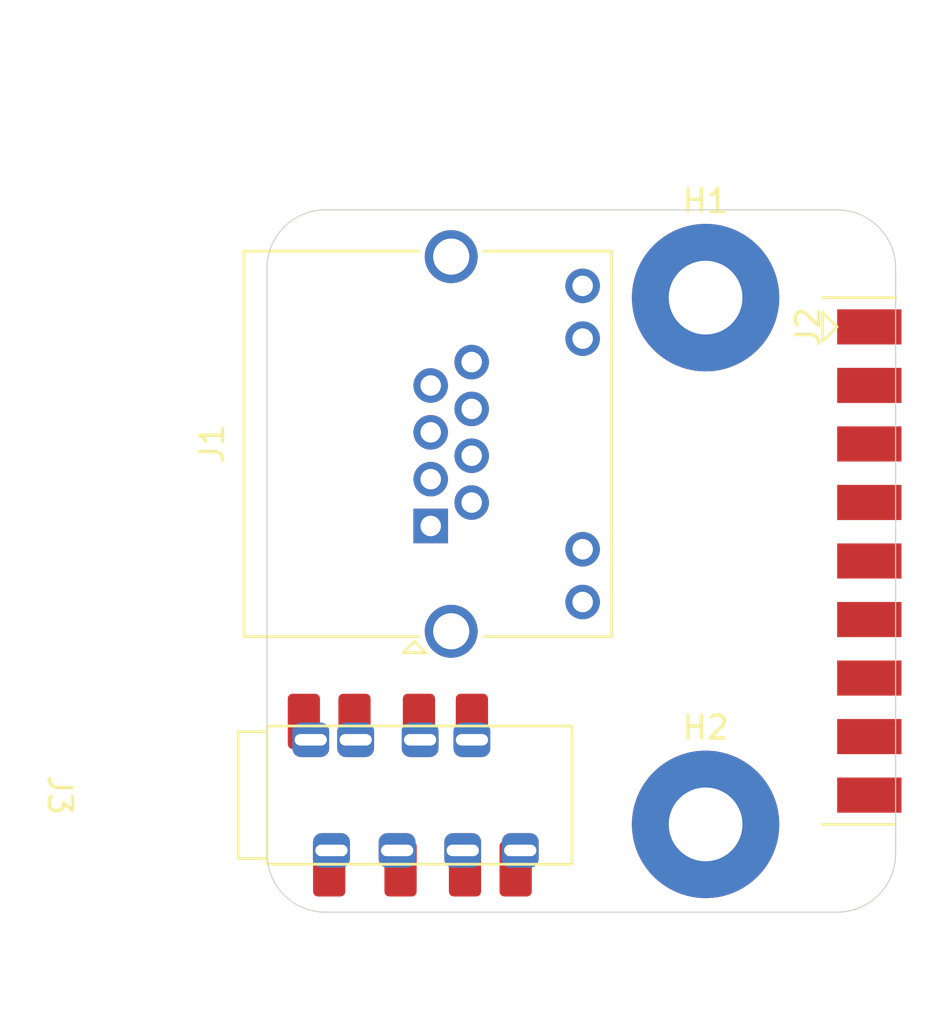
<source format=kicad_pcb>
(kicad_pcb (version 20240108) (generator "pcbnew") (generator_version "8.0")
  (layers (0 "F.Cu" signal) (31 "B.Cu" signal) (34 "B.Paste" user) (35 "F.Paste" user) (36 "B.SilkS" user "B.Silkscreen") (37 "F.SilkS" user "F.Silkscreen") (38 "B.Mask" user) (39 "F.Mask" user) (44 "Edge.Cuts" user))
  (net 0 "")
  (net 1 "Shield")
  (net 2 "AF Out")
  (net 3 "Mic Gnd")
  (net 4 "~{PTT}")
  (net 5 "Power Gnd")
  (net 7 "~{SQL Open}")
  (net 8 "+8v 10mA")
  (net 10 "Freq Up{slash}Down")
  (net 11 "Mic+")
  (net 14 "HP Right")
  (net 15 "HP Left")
  (net 16 "HP Gnd")
  (footprint "Libraries:Conn_B2B-RA_2.54mm_9pin_RtoL" (layer "F.Cu") (at 90.805 78.74 90)
    (property "Reference" "J2" (at 10.16 -3.81 90) (layer "F.SilkS"))
    (property "Value" "Base Board")
    (fp_line (start 10.795 -3.175) (end 9.525 -3.175) (stroke (width 0.12)) (layer "F.SilkS"))
    (fp_line (start 9.525 -3.175) (end 10.16 -2.54) (stroke (width 0.12)) (layer "F.SilkS"))
    (fp_line (start 10.16 -2.54) (end 10.795 -3.175) (stroke (width 0.12)) (layer "F.SilkS"))
    (fp_line (start 11.43 0) (end 11.43 -3.175) (stroke (width 0.12)) (layer "F.SilkS"))
    (fp_line (start -11.43 0) (end -11.43 -3.175) (stroke (width 0.12)) (layer "F.SilkS"))
    (pad "1" smd rect (at 10.16 -1.143 90) (size 1.524 2.794) (layers "F.Cu" "F.Paste" "F.Mask") (net 8 "+8v 10mA"))
    (pad "2" smd rect (at 7.62 -1.143 90) (size 1.524 2.794) (layers "F.Cu" "F.Paste" "F.Mask") (net 5 "Power Gnd"))
    (pad "3" smd rect (at 5.08 -1.143 90) (size 1.524 2.794) (layers "F.Cu" "F.Paste" "F.Mask") (net 4 "~{PTT}"))
    (pad "4" smd rect (at 2.54 -1.143 90) (size 1.524 2.794) (layers "F.Cu" "F.Paste" "F.Mask") (net 3 "Mic Gnd"))
    (pad "5" smd rect (at 0 -1.143 90) (size 1.524 2.794) (layers "F.Cu" "F.Paste" "F.Mask") (net 11 "Mic+"))
    (pad "6" smd rect (at -2.54 -1.143 90) (size 1.524 2.794) (layers "F.Cu" "F.Paste" "F.Mask") (net 15 "HP Left"))
    (pad "7" smd rect (at -5.08 -1.143 90) (size 1.524 2.794) (layers "F.Cu" "F.Paste" "F.Mask") (net 14 "HP Right"))
    (pad "8" smd rect (at -7.62 -1.143 90) (size 1.524 2.794) (layers "F.Cu" "F.Paste" "F.Mask") (net 16 "HP Gnd"))
    (pad "9" smd rect (at -10.16 -1.143 90) (size 1.524 2.794) (layers "F.Cu" "F.Paste" "F.Mask") (net 1 "Shield"))
  )
  (footprint "MountingHole:MountingHole_3.2mm_M3_Pad" (layer "F.Cu") (at 82.55 90.17)
    (property "Reference" "H2" (at 0 -4.2 0) (layer "F.SilkS"))
    (property "Value" "MountingHole_Pad")
    (pad "1" thru_hole circle (at 0 0) (size 6.4 6.4) (drill 3.2) (layers "*.Cu" "*.Mask") (net 1 "Shield"))
  )
  (footprint "MountingHole:MountingHole_3.2mm_M3_Pad" (layer "F.Cu") (at 82.55 67.31)
    (property "Reference" "H1" (at 0 -4.2 0) (layer "F.SilkS"))
    (property "Value" "MountingHole_Pad")
    (pad "1" thru_hole circle (at 0 0) (size 6.4 6.4) (drill 3.2) (layers "*.Cu" "*.Mask") (net 1 "Shield"))
  )
  (footprint "Connector_RJ:RJ45_Amphenol_RJHSE538X" (layer "F.Cu") (at 70.61 77.22 90)
    (property "Reference" "J1" (at 3.56 -9.5 270) (layer "F.SilkS"))
    (property "Value" "Mic Input")
    (fp_line (start 11.925 -8.11) (end 11.925 -0.5) (stroke (width 0.12)) (layer "F.SilkS"))
    (fp_line (start -4.805 -8.11) (end 11.925 -8.11) (stroke (width 0.12)) (layer "F.SilkS"))
    (fp_line (start -4.805 -8.11) (end -4.805 -0.5) (stroke (width 0.12)) (layer "F.SilkS"))
    (fp_line (start -5.5 -1.2) (end -5 -0.7) (stroke (width 0.12)) (layer "F.SilkS"))
    (fp_line (start -5 -0.7) (end -5.5 -0.2) (stroke (width 0.12)) (layer "F.SilkS"))
    (fp_line (start -5.5 -0.2) (end -5.5 -1.2) (stroke (width 0.12)) (layer "F.SilkS"))
    (fp_line (start 11.925 7.86) (end 11.925 2.3) (stroke (width 0.12)) (layer "F.SilkS"))
    (fp_line (start -4.805 7.86) (end -4.805 2.3) (stroke (width 0.12)) (layer "F.SilkS"))
    (fp_line (start -4.805 7.86) (end 11.925 7.86) (stroke (width 0.12)) (layer "F.SilkS"))
    (pad "" np_thru_hole circle (at -2.79 -2.54 90) (size 3.25 3.25) (drill 3.25) (layers "*.Cu" "*.Mask"))
    (pad "" np_thru_hole circle (at 9.91 -2.54 90) (size 3.25 3.25) (drill 3.25) (layers "*.Cu" "*.Mask"))
    (pad "1" thru_hole rect (at 0 0 90) (size 1.5 1.5) (drill 0.89) (layers "*.Cu" "*.Mask") (net 8 "+8v 10mA"))
    (pad "2" thru_hole circle (at 1.016 1.78 90) (size 1.5 1.5) (drill 0.89) (layers "*.Cu" "*.Mask") (net 10 "Freq Up{slash}Down"))
    (pad "3" thru_hole circle (at 2.032 0 90) (size 1.5 1.5) (drill 0.89) (layers "*.Cu" "*.Mask") (net 2 "AF Out"))
    (pad "4" thru_hole circle (at 3.048 1.78 90) (size 1.5 1.5) (drill 0.89) (layers "*.Cu" "*.Mask") (net 4 "~{PTT}"))
    (pad "5" thru_hole circle (at 4.064 0 90) (size 1.5 1.5) (drill 0.89) (layers "*.Cu" "*.Mask") (net 3 "Mic Gnd"))
    (pad "6" thru_hole circle (at 5.08 1.78 90) (size 1.5 1.5) (drill 0.89) (layers "*.Cu" "*.Mask") (net 11 "Mic+"))
    (pad "7" thru_hole circle (at 6.096 0 90) (size 1.5 1.5) (drill 0.89) (layers "*.Cu" "*.Mask") (net 5 "Power Gnd"))
    (pad "8" thru_hole circle (at 7.112 1.78 90) (size 1.5 1.5) (drill 0.89) (layers "*.Cu" "*.Mask") (net 7 "~{SQL Open}"))
    (pad "9" thru_hole circle (at -3.3 6.6 90) (size 1.5 1.5) (drill 0.89) (layers "*.Cu" "*.Mask"))
    (pad "10" thru_hole circle (at -1.01 6.6 90) (size 1.5 1.5) (drill 0.89) (layers "*.Cu" "*.Mask"))
    (pad "11" thru_hole circle (at 8.13 6.6 90) (size 1.5 1.5) (drill 0.89) (layers "*.Cu" "*.Mask"))
    (pad "12" thru_hole circle (at 10.42 6.6 90) (size 1.5 1.5) (drill 0.89) (layers "*.Cu" "*.Mask"))
    (pad "SH" thru_hole circle (at -4.57 0.89 90) (size 2.3 2.3) (drill 1.57) (layers "*.Cu" "*.Mask") (net 1 "Shield"))
    (pad "SH" thru_hole circle (at 11.69 0.89 90) (size 2.3 2.3) (drill 1.57) (layers "*.Cu" "*.Mask") (net 1 "Shield"))
  )
  (footprint "Libraries:Conn_3.5mm-PJ-393_SMT-C668609_TH-C145811" (layer "F.Cu") (at 63.5 88.9 -90)
    (property "Reference" "J3" (at 0 9 -90) (layer "F.SilkS"))
    (property "Value" "Headphone/Speaker Input")
    (fp_line (start -2.75 1.25) (end 2.75 1.25) (stroke (width 0.12)) (layer "F.SilkS"))
    (fp_line (start 2.75 1.25) (end 2.75 0) (stroke (width 0.12)) (layer "F.SilkS"))
    (fp_line (start -3 0) (end 3 0) (stroke (width 0.12)) (layer "F.SilkS"))
    (fp_line (start -2.75 0) (end -2.75 1.25) (stroke (width 0.12)) (layer "F.SilkS"))
    (fp_line (start 3 0) (end 3 -13.25) (stroke (width 0.12)) (layer "F.SilkS"))
    (fp_line (start -3 -13.25) (end -3 0) (stroke (width 0.12)) (layer "F.SilkS"))
    (fp_line (start 3 -13.25) (end -3 -13.25) (stroke (width 0.12)) (layer "F.SilkS"))
    (pad "" np_thru_hole circle (at 0 -9.3 270) (size 1.2 1.2) (drill 1.4) (layers "F&B.Cu" "*.Mask"))
    (pad "" np_thru_hole circle (at 0 -2.3 270) (size 1.2 1.2) (drill 1.4) (layers "F&B.Cu" "*.Mask"))
    (pad "R1" thru_hole roundrect (at 2.4 -8.5 270) (size 1.5 1.6) (drill oval 0.5 1.4) (layers "*.Cu" "*.Mask") (net 14 "HP Right"))
    (pad "R1" smd roundrect (at 3.2 -8.6 270) (size 2.4 1.4) (layers "F.Cu" "F.Paste" "F.Mask") (roundrect_rratio 0.15) (net 14 "HP Right"))
    (pad "R1N" smd roundrect (at -3.2 -6.6 270) (size 2.4 1.4) (layers "F.Cu" "F.Paste" "F.Mask") (roundrect_rratio 0.15) (net 2 "AF Out"))
    (pad "R1N" thru_hole roundrect (at -2.4 -6.65 270) (size 1.5 1.6) (drill oval 0.5 1.4) (layers "*.Cu" "*.Mask") (net 2 "AF Out"))
    (pad "R2" thru_hole roundrect (at 2.4 -5.65 270) (size 1.5 1.6) (drill oval 0.5 1.4) (layers "*.Cu" "*.Mask") (net 16 "HP Gnd"))
    (pad "R2" smd roundrect (at 3.2 -5.8 270) (size 2.4 1.4) (layers "F.Cu" "F.Paste" "F.Mask") (roundrect_rratio 0.15) (net 16 "HP Gnd"))
    (pad "R2N" smd roundrect (at -3.2 -3.8 270) (size 2.4 1.4) (layers "F.Cu" "F.Paste" "F.Mask") (roundrect_rratio 0.15))
    (pad "R2N" thru_hole roundrect (at -2.4 -3.85 270) (size 1.5 1.6) (drill oval 0.5 1.4) (layers "*.Cu" "*.Mask"))
    (pad "S" thru_hole roundrect (at 2.4 -2.8 270) (size 1.5 1.6) (drill oval 0.5 1.4) (layers "*.Cu" "*.Mask") (net 16 "HP Gnd"))
    (pad "S" smd roundrect (at 3.2 -2.7 270) (size 2.4 1.4) (layers "F.Cu" "F.Paste" "F.Mask") (roundrect_rratio 0.15) (net 16 "HP Gnd"))
    (pad "SN" smd roundrect (at -3.2 -1.6 270) (size 2.4 1.4) (layers "F.Cu" "F.Paste" "F.Mask") (roundrect_rratio 0.15) (net 5 "Power Gnd"))
    (pad "SN" thru_hole roundrect (at -2.4 -1.9 270) (size 1.5 1.6) (drill oval 0.5 1.4) (layers "*.Cu" "*.Mask") (net 5 "Power Gnd"))
    (pad "T" smd roundrect (at -3.2 -8.9 270) (size 2.4 1.4) (layers "F.Cu" "F.Paste" "F.Mask") (roundrect_rratio 0.15) (net 15 "HP Left"))
    (pad "T" thru_hole roundrect (at -2.4 -8.9 270) (size 1.5 1.6) (drill oval 0.5 1.4) (layers "*.Cu" "*.Mask") (net 15 "HP Left"))
    (pad "TN" thru_hole roundrect (at 2.4 -11 270) (size 1.5 1.6) (drill oval 0.5 1.4) (layers "*.Cu" "*.Mask") (net 2 "AF Out"))
    (pad "TN" smd roundrect (at 3.2 -10.8 270) (size 2.4 1.4) (layers "F.Cu" "F.Paste" "F.Mask") (roundrect_rratio 0.15) (net 2 "AF Out"))
  )
  (gr_arc (start 63.5 66.04) (mid 64.243949 64.243949) (end 66.04 63.5) (stroke (width 0.05)) (layer "Edge.Cuts"))
  (gr_line (start 90.805 66.04) (end 90.805 91.44) (stroke (width 0.05)) (layer "Edge.Cuts"))
  (gr_line (start 63.5 91.44) (end 63.5 66.04) (stroke (width 0.05)) (layer "Edge.Cuts"))
  (gr_arc (start 88.265 63.5) (mid 90.061051 64.243949) (end 90.805 66.04) (stroke (width 0.05)) (layer "Edge.Cuts"))
  (gr_line (start 66.04 63.5) (end 88.265 63.5) (stroke (width 0.05)) (layer "Edge.Cuts"))
  (gr_arc (start 66.04 93.98) (mid 64.243949 93.236051) (end 63.5 91.44) (stroke (width 0.05)) (layer "Edge.Cuts"))
  (gr_arc (start 90.805 91.44) (mid 90.061051 93.236051) (end 88.265 93.98) (stroke (width 0.05)) (layer "Edge.Cuts"))
  (gr_line (start 88.265 93.98) (end 66.04 93.98) (stroke (width 0.05)) (layer "Edge.Cuts"))
)
</source>
